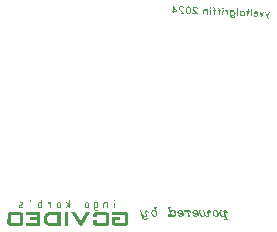
<source format=gbr>
%TF.GenerationSoftware,KiCad,Pcbnew,8.0.0-rc1-4-g5bc78f7d9f*%
%TF.CreationDate,2024-02-11T15:49:07-05:00*%
%TF.ProjectId,fujiflex,66756a69-666c-4657-982e-6b696361645f,rev?*%
%TF.SameCoordinates,Original*%
%TF.FileFunction,Legend,Bot*%
%TF.FilePolarity,Positive*%
%FSLAX46Y46*%
G04 Gerber Fmt 4.6, Leading zero omitted, Abs format (unit mm)*
G04 Created by KiCad (PCBNEW 8.0.0-rc1-4-g5bc78f7d9f) date 2024-02-11 15:49:07*
%MOMM*%
%LPD*%
G01*
G04 APERTURE LIST*
%ADD10C,0.125000*%
%ADD11C,0.150000*%
%ADD12C,0.200000*%
G04 APERTURE END LIST*
D10*
G36*
X157914116Y-93084069D02*
G01*
X157907665Y-93074276D01*
X157898002Y-93066555D01*
X157857481Y-93062728D01*
X157845093Y-93064430D01*
X157834647Y-93071344D01*
X157827431Y-93080587D01*
X157699986Y-93337263D01*
X157593618Y-93069179D01*
X157587362Y-93059395D01*
X157577512Y-93051483D01*
X157565293Y-93048975D01*
X157524602Y-93049358D01*
X157514156Y-93056271D01*
X157507136Y-93065523D01*
X157504366Y-93076044D01*
X157506239Y-93087853D01*
X157745134Y-93673837D01*
X157751585Y-93683629D01*
X157761292Y-93690252D01*
X157773699Y-93692950D01*
X157815373Y-93692424D01*
X157831624Y-93677311D01*
X157835601Y-93665921D01*
X157832557Y-93654065D01*
X157743080Y-93442575D01*
X157913227Y-93106216D01*
X157915996Y-93095694D01*
X157914116Y-93084069D01*
G37*
G36*
X157452576Y-93065531D02*
G01*
X157446125Y-93055739D01*
X157436462Y-93048018D01*
X157395941Y-93044190D01*
X157383553Y-93045893D01*
X157373107Y-93052806D01*
X157365891Y-93062050D01*
X157238358Y-93320922D01*
X157132071Y-93050825D01*
X157125823Y-93040858D01*
X157115972Y-93032945D01*
X157103672Y-93032451D01*
X157074386Y-93031275D01*
X157062974Y-93033017D01*
X157052528Y-93039930D01*
X157045507Y-93049182D01*
X157042694Y-93060802D01*
X157044611Y-93071512D01*
X157203468Y-93464168D01*
X157209716Y-93474136D01*
X157219618Y-93480767D01*
X157231830Y-93483457D01*
X157243242Y-93481715D01*
X157254816Y-93475947D01*
X157261844Y-93466513D01*
X157451679Y-93087861D01*
X157454449Y-93077340D01*
X157452576Y-93065531D01*
G37*
G36*
X156787193Y-93019740D02*
G01*
X156800664Y-93020281D01*
X156866690Y-93056116D01*
X156921855Y-93114064D01*
X156929187Y-93126275D01*
X156955120Y-93210915D01*
X156952157Y-93284678D01*
X156919519Y-93366965D01*
X156911240Y-93378366D01*
X156842411Y-93436650D01*
X156782918Y-93462127D01*
X156769314Y-93464880D01*
X156681457Y-93461352D01*
X156667986Y-93460811D01*
X156602899Y-93425930D01*
X156546692Y-93369591D01*
X156540241Y-93359798D01*
X156538564Y-93347998D01*
X156541131Y-93337651D01*
X156548390Y-93327310D01*
X156587965Y-93296266D01*
X156611633Y-93296117D01*
X156629000Y-93311664D01*
X156650807Y-93357823D01*
X156692756Y-93379674D01*
X156764603Y-93382559D01*
X156812747Y-93362127D01*
X156833824Y-93343724D01*
X156858841Y-93280746D01*
X156573210Y-93269274D01*
X156560998Y-93266584D01*
X156551147Y-93258672D01*
X156544704Y-93248696D01*
X156542997Y-93237628D01*
X156544923Y-93189666D01*
X156636051Y-93189666D01*
X156853154Y-93198386D01*
X156841462Y-93153551D01*
X156822076Y-93129856D01*
X156775895Y-93101418D01*
X156704047Y-93098533D01*
X156660327Y-93120793D01*
X156636918Y-93168068D01*
X156636051Y-93189666D01*
X156544923Y-93189666D01*
X156546386Y-93153249D01*
X156550271Y-93139289D01*
X156580605Y-93085142D01*
X156626225Y-93044808D01*
X156685732Y-93018965D01*
X156699336Y-93016212D01*
X156787193Y-93019740D01*
G37*
G36*
X156417974Y-92835148D02*
G01*
X156411718Y-92825363D01*
X156401816Y-92818732D01*
X156360319Y-92814866D01*
X156347930Y-92816568D01*
X156337528Y-92822383D01*
X156330508Y-92831635D01*
X156327702Y-92843072D01*
X156304662Y-93416702D01*
X156306542Y-93428327D01*
X156312798Y-93438112D01*
X156322700Y-93444743D01*
X156334912Y-93447433D01*
X156376586Y-93446907D01*
X156386988Y-93441091D01*
X156394008Y-93431840D01*
X156396814Y-93420403D01*
X156419854Y-92846773D01*
X156417974Y-92835148D01*
G37*
G36*
X156206663Y-93013290D02*
G01*
X156200407Y-93003506D01*
X156189377Y-92995730D01*
X156121906Y-92991003D01*
X156128199Y-92834325D01*
X156126312Y-92822883D01*
X156120042Y-92813465D01*
X156110139Y-92806834D01*
X156097920Y-92804327D01*
X156068635Y-92803150D01*
X156056335Y-92802656D01*
X156045932Y-92808472D01*
X156038912Y-92817723D01*
X156036106Y-92829160D01*
X156029674Y-92989315D01*
X155973445Y-92987057D01*
X155962317Y-92986610D01*
X155951871Y-92993524D01*
X155944655Y-93002767D01*
X155940917Y-93013067D01*
X155939814Y-93040522D01*
X155942670Y-93052186D01*
X155949121Y-93061978D01*
X155959024Y-93068609D01*
X156026292Y-93073511D01*
X156013001Y-93404438D01*
X156014866Y-93416429D01*
X156021121Y-93426213D01*
X156031016Y-93433027D01*
X156072514Y-93436894D01*
X156084902Y-93435192D01*
X156095311Y-93429193D01*
X156102332Y-93419942D01*
X156105152Y-93408139D01*
X156118444Y-93077212D01*
X156174672Y-93079471D01*
X156186084Y-93077729D01*
X156197658Y-93071961D01*
X156204678Y-93062710D01*
X156207484Y-93051272D01*
X156208587Y-93023817D01*
X156206663Y-93013290D01*
G37*
G36*
X155492187Y-92967728D02*
G01*
X155502045Y-92975457D01*
X155508301Y-92985241D01*
X155509791Y-93006567D01*
X155523622Y-92998140D01*
X155583245Y-92974318D01*
X155596834Y-92971931D01*
X155684495Y-92975451D01*
X155697966Y-92975992D01*
X155763016Y-93011788D01*
X155819157Y-93069775D01*
X155826489Y-93081986D01*
X155852422Y-93166626D01*
X155849459Y-93240389D01*
X155816822Y-93322676D01*
X155808542Y-93334077D01*
X155739713Y-93392361D01*
X155680220Y-93417838D01*
X155666616Y-93420591D01*
X155578955Y-93417071D01*
X155565484Y-93416530D01*
X155508052Y-93385807D01*
X155494970Y-93375565D01*
X155491738Y-93397618D01*
X155484718Y-93406869D01*
X155474308Y-93412868D01*
X155461920Y-93414570D01*
X155421399Y-93410743D01*
X155411504Y-93403929D01*
X155405255Y-93393961D01*
X155403383Y-93382153D01*
X155407228Y-93286427D01*
X155498550Y-93286427D01*
X155590058Y-93335385D01*
X155662100Y-93338278D01*
X155710274Y-93317114D01*
X155731184Y-93297971D01*
X155758942Y-93225203D01*
X155760854Y-93177614D01*
X155739021Y-93102856D01*
X155719713Y-93082097D01*
X155673392Y-93057137D01*
X155601350Y-93054244D01*
X155506211Y-93095705D01*
X155498550Y-93286427D01*
X155407228Y-93286427D01*
X155419027Y-92992655D01*
X155421796Y-92982133D01*
X155429019Y-92972707D01*
X155439277Y-92965602D01*
X155479968Y-92965220D01*
X155492187Y-92967728D01*
G37*
G36*
X155256705Y-92788506D02*
G01*
X155250449Y-92778722D01*
X155240547Y-92772091D01*
X155199050Y-92768224D01*
X155186662Y-92769927D01*
X155176259Y-92775742D01*
X155169239Y-92784993D01*
X155166433Y-92796430D01*
X155143394Y-93370061D01*
X155145273Y-93381686D01*
X155151529Y-93391470D01*
X155161431Y-93398101D01*
X155173643Y-93400792D01*
X155215317Y-93400265D01*
X155225719Y-93394450D01*
X155232739Y-93385199D01*
X155235545Y-93373762D01*
X155258585Y-92800131D01*
X155256705Y-92788506D01*
G37*
G36*
X154651301Y-92933954D02*
G01*
X154661160Y-92941683D01*
X154667415Y-92951468D01*
X154668906Y-92972794D01*
X154682737Y-92964366D01*
X154742359Y-92940545D01*
X154755948Y-92938157D01*
X154843610Y-92941678D01*
X154857081Y-92942219D01*
X154914535Y-92972393D01*
X154978467Y-93036009D01*
X154985799Y-93048220D01*
X155012521Y-93142425D01*
X155008769Y-93206623D01*
X154976132Y-93288911D01*
X154967852Y-93300311D01*
X154907046Y-93353601D01*
X154839335Y-93384064D01*
X154825731Y-93386818D01*
X154738070Y-93383297D01*
X154724598Y-93382756D01*
X154667167Y-93352033D01*
X154654085Y-93341791D01*
X154652556Y-93379863D01*
X154675651Y-93447522D01*
X154695199Y-93467190D01*
X154741645Y-93489039D01*
X154784402Y-93490756D01*
X154832494Y-93471605D01*
X154859236Y-93448479D01*
X154869646Y-93442481D01*
X154882229Y-93440786D01*
X154951840Y-93445782D01*
X154961735Y-93452596D01*
X154967998Y-93462197D01*
X154969871Y-93474006D01*
X154967109Y-93484345D01*
X154960089Y-93493596D01*
X154899422Y-93543408D01*
X154831792Y-93571858D01*
X154818203Y-93574245D01*
X154730542Y-93570725D01*
X154717070Y-93570184D01*
X154650812Y-93535256D01*
X154595784Y-93478780D01*
X154588242Y-93466928D01*
X154561576Y-93376208D01*
X154566538Y-93252654D01*
X154657665Y-93252654D01*
X154749173Y-93301611D01*
X154821215Y-93304505D01*
X154869389Y-93283340D01*
X154890299Y-93264197D01*
X154918057Y-93191430D01*
X154919968Y-93143841D01*
X154898136Y-93069082D01*
X154878828Y-93048324D01*
X154832507Y-93023364D01*
X154760464Y-93020470D01*
X154665325Y-93061932D01*
X154657665Y-93252654D01*
X154566538Y-93252654D01*
X154578337Y-92958890D01*
X154580911Y-92948360D01*
X154588134Y-92938934D01*
X154598392Y-92931829D01*
X154610968Y-92930318D01*
X154651301Y-92933954D01*
G37*
G36*
X154410086Y-92941316D02*
G01*
X154403830Y-92931531D01*
X154392808Y-92923572D01*
X154352475Y-92919935D01*
X154339899Y-92921447D01*
X154329647Y-92928368D01*
X154322432Y-92937612D01*
X154318344Y-92985847D01*
X154278258Y-92946837D01*
X154220804Y-92916664D01*
X154206242Y-92914062D01*
X154107176Y-92912100D01*
X154096730Y-92919013D01*
X154089710Y-92928265D01*
X154086948Y-92938603D01*
X154087725Y-92977684D01*
X154093980Y-92987468D01*
X154103883Y-92994099D01*
X154196142Y-93000005D01*
X154242485Y-93024416D01*
X154291074Y-93075683D01*
X154312933Y-93120560D01*
X154304288Y-93335809D01*
X154306153Y-93347800D01*
X154312408Y-93357584D01*
X154322303Y-93364398D01*
X154334515Y-93367089D01*
X154375017Y-93366516D01*
X154386598Y-93360564D01*
X154393619Y-93351313D01*
X154396432Y-93339693D01*
X154411995Y-92952209D01*
X154410086Y-92941316D01*
G37*
G36*
X153995717Y-92722093D02*
G01*
X153954219Y-92718227D01*
X153941831Y-92719929D01*
X153901041Y-92752023D01*
X153894020Y-92761275D01*
X153890112Y-92800167D01*
X153891991Y-92811792D01*
X153898247Y-92821577D01*
X153936332Y-92856839D01*
X153977830Y-92860706D01*
X153990218Y-92859003D01*
X154031008Y-92826909D01*
X154038029Y-92817658D01*
X154041937Y-92778765D01*
X154040058Y-92767140D01*
X154033802Y-92757356D01*
X153995717Y-92722093D01*
G37*
G36*
X154004303Y-92927034D02*
G01*
X153998047Y-92917250D01*
X153988189Y-92909521D01*
X153946692Y-92905654D01*
X153934303Y-92907356D01*
X153923857Y-92914270D01*
X153916837Y-92923521D01*
X153914060Y-92934226D01*
X153898578Y-93319697D01*
X153900450Y-93331505D01*
X153906699Y-93341473D01*
X153916601Y-93348104D01*
X153928813Y-93350794D01*
X153970487Y-93350268D01*
X153980889Y-93344453D01*
X153987916Y-93335018D01*
X153990730Y-93323398D01*
X154006212Y-92937927D01*
X154004303Y-92927034D01*
G37*
G36*
X153772450Y-92915522D02*
G01*
X153766194Y-92905738D01*
X153755164Y-92897961D01*
X153687693Y-92893235D01*
X153688948Y-92832786D01*
X153656663Y-92740742D01*
X153590688Y-92703626D01*
X153576046Y-92703038D01*
X153517475Y-92700685D01*
X153506265Y-92702252D01*
X153495870Y-92707884D01*
X153488677Y-92716578D01*
X153484917Y-92727427D01*
X153483873Y-92753418D01*
X153486751Y-92764533D01*
X153493224Y-92773776D01*
X153503133Y-92780224D01*
X153514181Y-92782685D01*
X153565919Y-92784763D01*
X153581432Y-92792902D01*
X153597386Y-92843592D01*
X153595460Y-92891547D01*
X153539232Y-92889289D01*
X153528104Y-92888842D01*
X153517657Y-92895755D01*
X153510442Y-92904999D01*
X153506704Y-92915298D01*
X153505601Y-92942754D01*
X153508457Y-92954418D01*
X153514908Y-92964210D01*
X153524810Y-92970841D01*
X153592079Y-92975743D01*
X153578787Y-93306670D01*
X153580652Y-93318661D01*
X153586908Y-93328445D01*
X153596803Y-93335259D01*
X153638300Y-93339126D01*
X153650689Y-93337424D01*
X153661098Y-93331425D01*
X153668118Y-93322174D01*
X153670939Y-93310371D01*
X153684231Y-92979444D01*
X153740459Y-92981703D01*
X153751871Y-92979961D01*
X153763444Y-92974193D01*
X153770465Y-92964941D01*
X153773271Y-92953504D01*
X153774373Y-92926049D01*
X153772450Y-92915522D01*
G37*
G36*
X153366357Y-92899212D02*
G01*
X153360101Y-92889427D01*
X153349071Y-92881651D01*
X153281600Y-92876925D01*
X153282855Y-92816476D01*
X153250570Y-92724431D01*
X153184596Y-92687315D01*
X153169953Y-92686727D01*
X153111382Y-92684375D01*
X153100172Y-92685941D01*
X153089778Y-92691574D01*
X153082584Y-92700268D01*
X153078824Y-92711117D01*
X153077780Y-92737107D01*
X153080658Y-92748223D01*
X153087131Y-92757466D01*
X153097041Y-92763914D01*
X153108088Y-92766374D01*
X153159826Y-92768452D01*
X153175339Y-92776592D01*
X153191294Y-92827282D01*
X153189368Y-92875237D01*
X153133140Y-92872978D01*
X153122011Y-92872531D01*
X153111565Y-92879445D01*
X153104349Y-92888688D01*
X153100611Y-92898988D01*
X153099508Y-92926443D01*
X153102364Y-92938108D01*
X153108815Y-92947900D01*
X153118718Y-92954531D01*
X153185986Y-92959433D01*
X153172695Y-93290359D01*
X153174560Y-93302350D01*
X153180815Y-93312135D01*
X153190710Y-93318949D01*
X153232208Y-93322816D01*
X153244596Y-93321113D01*
X153255005Y-93315115D01*
X153262026Y-93305864D01*
X153264846Y-93294060D01*
X153278138Y-92963134D01*
X153334366Y-92965392D01*
X153345778Y-92963651D01*
X153357352Y-92957882D01*
X153364372Y-92948631D01*
X153367178Y-92937194D01*
X153368281Y-92909739D01*
X153366357Y-92899212D01*
G37*
G36*
X152921133Y-92678934D02*
G01*
X152879636Y-92675067D01*
X152867248Y-92676769D01*
X152826457Y-92708864D01*
X152819437Y-92718115D01*
X152815528Y-92757007D01*
X152817408Y-92768632D01*
X152823663Y-92778417D01*
X152861749Y-92813679D01*
X152903246Y-92817546D01*
X152915634Y-92815843D01*
X152956425Y-92783749D01*
X152963445Y-92774498D01*
X152967354Y-92735606D01*
X152965474Y-92723980D01*
X152959218Y-92714196D01*
X152921133Y-92678934D01*
G37*
G36*
X152929719Y-92883875D02*
G01*
X152923463Y-92874090D01*
X152913605Y-92866361D01*
X152872108Y-92862494D01*
X152859720Y-92864197D01*
X152849273Y-92871110D01*
X152842253Y-92880361D01*
X152839476Y-92891066D01*
X152823994Y-93276537D01*
X152825867Y-93288346D01*
X152832115Y-93298313D01*
X152842017Y-93304944D01*
X152854229Y-93307634D01*
X152895903Y-93307108D01*
X152906305Y-93301293D01*
X152913333Y-93291859D01*
X152916146Y-93280238D01*
X152931628Y-92894768D01*
X152929719Y-92883875D01*
G37*
G36*
X152668573Y-92871369D02*
G01*
X152662122Y-92861577D01*
X152652466Y-92853673D01*
X152612133Y-92850036D01*
X152599557Y-92851548D01*
X152589306Y-92858469D01*
X152582105Y-92867346D01*
X152577851Y-92914841D01*
X152536572Y-92876334D01*
X152480463Y-92846764D01*
X152465820Y-92846176D01*
X152378159Y-92842655D01*
X152364367Y-92845218D01*
X152294427Y-92877608D01*
X152288383Y-92886899D01*
X152254409Y-92978116D01*
X152243360Y-93253217D01*
X152245232Y-93265025D01*
X152251481Y-93274992D01*
X152261383Y-93281623D01*
X152273595Y-93284314D01*
X152301709Y-93285443D01*
X152314009Y-93285937D01*
X152324426Y-93279755D01*
X152331453Y-93270321D01*
X152334274Y-93258518D01*
X152345242Y-92985430D01*
X152368177Y-92945102D01*
X152411765Y-92926137D01*
X152454522Y-92927854D01*
X152504118Y-92954046D01*
X152574256Y-93004345D01*
X152563472Y-93272857D01*
X152565329Y-93285031D01*
X152573869Y-93296374D01*
X152593978Y-93297182D01*
X152622288Y-93298319D01*
X152634676Y-93296616D01*
X152645086Y-93290618D01*
X152652106Y-93281367D01*
X152654919Y-93269746D01*
X152670482Y-92882262D01*
X152668573Y-92871369D01*
G37*
G36*
X151817345Y-93226573D02*
G01*
X151810938Y-93215682D01*
X151561070Y-92932119D01*
X151509218Y-92850104D01*
X151485126Y-92802387D01*
X151486795Y-92760839D01*
X151509852Y-92722349D01*
X151553417Y-92703932D01*
X151654550Y-92707994D01*
X151696498Y-92729845D01*
X151716213Y-92769686D01*
X151717284Y-92801445D01*
X151723735Y-92811238D01*
X151733442Y-92817861D01*
X151745812Y-92821474D01*
X151786351Y-92819986D01*
X151796754Y-92814170D01*
X151803774Y-92804919D01*
X151807646Y-92766942D01*
X151804878Y-92753081D01*
X151778955Y-92697408D01*
X151736615Y-92656108D01*
X151679319Y-92626857D01*
X151665653Y-92626308D01*
X151548706Y-92621611D01*
X151535110Y-92624182D01*
X151475429Y-92649468D01*
X151430071Y-92688162D01*
X151399737Y-92742309D01*
X151395859Y-92756086D01*
X151393683Y-92810264D01*
X151396450Y-92824125D01*
X151424555Y-92883920D01*
X151479645Y-92968081D01*
X151662673Y-93177645D01*
X151381727Y-93166361D01*
X151369151Y-93167872D01*
X151358749Y-93173688D01*
X151351743Y-93182573D01*
X151347879Y-93220367D01*
X151349766Y-93231809D01*
X151356036Y-93241227D01*
X151365939Y-93247858D01*
X151378434Y-93248360D01*
X151785307Y-93264702D01*
X151797891Y-93263007D01*
X151808293Y-93257192D01*
X151815321Y-93247758D01*
X151818090Y-93237236D01*
X151817345Y-93226573D01*
G37*
G36*
X151063152Y-92602109D02*
G01*
X151164140Y-92638982D01*
X151225784Y-92730372D01*
X151253627Y-92879438D01*
X151250106Y-92967111D01*
X151215094Y-93108519D01*
X151148297Y-93198968D01*
X151131044Y-93209825D01*
X151043256Y-93233798D01*
X150974684Y-93232144D01*
X150869249Y-93193993D01*
X150807598Y-93102786D01*
X150779762Y-92953537D01*
X150779907Y-92949917D01*
X150872208Y-92949917D01*
X150893924Y-93081137D01*
X150923700Y-93128532D01*
X150983639Y-93150372D01*
X151030691Y-93152262D01*
X151092189Y-93135299D01*
X151125670Y-93090444D01*
X151157840Y-92961389D01*
X151160942Y-92884148D01*
X151139226Y-92752929D01*
X151109450Y-92705534D01*
X151049511Y-92683693D01*
X151002459Y-92681803D01*
X150940961Y-92698766D01*
X150907480Y-92743621D01*
X150875310Y-92872676D01*
X150872208Y-92949917D01*
X150779907Y-92949917D01*
X150783284Y-92865863D01*
X150818296Y-92724456D01*
X150884897Y-92633999D01*
X150902150Y-92623142D01*
X150989938Y-92599169D01*
X151063152Y-92602109D01*
G37*
G36*
X150661543Y-93180151D02*
G01*
X150655136Y-93169261D01*
X150405268Y-92885697D01*
X150353416Y-92803682D01*
X150329324Y-92755966D01*
X150330993Y-92714417D01*
X150354049Y-92675927D01*
X150397615Y-92657510D01*
X150498748Y-92661572D01*
X150540696Y-92683423D01*
X150560411Y-92723265D01*
X150561482Y-92755024D01*
X150567933Y-92764816D01*
X150577640Y-92771439D01*
X150590010Y-92775052D01*
X150630549Y-92773564D01*
X150640952Y-92767749D01*
X150647972Y-92758497D01*
X150651844Y-92720520D01*
X150649076Y-92706659D01*
X150623153Y-92650986D01*
X150580812Y-92609686D01*
X150523517Y-92580435D01*
X150509851Y-92579886D01*
X150392904Y-92575189D01*
X150379307Y-92577760D01*
X150319626Y-92603046D01*
X150274269Y-92641740D01*
X150243934Y-92695887D01*
X150240057Y-92709664D01*
X150237881Y-92763843D01*
X150240648Y-92777704D01*
X150268753Y-92837498D01*
X150323842Y-92921659D01*
X150506871Y-93131223D01*
X150225925Y-93119939D01*
X150213349Y-93121451D01*
X150202947Y-93127266D01*
X150195941Y-93136151D01*
X150192076Y-93173945D01*
X150193963Y-93185387D01*
X150200234Y-93194806D01*
X150210136Y-93201437D01*
X150222631Y-93201938D01*
X150629505Y-93218280D01*
X150642088Y-93216586D01*
X150652491Y-93210770D01*
X150659518Y-93201336D01*
X150662288Y-93190814D01*
X150661543Y-93180151D01*
G37*
G36*
X149749793Y-92549359D02*
G01*
X149761117Y-92549814D01*
X149773204Y-92555616D01*
X149780915Y-92563259D01*
X150083817Y-93011383D01*
X150089096Y-93021128D01*
X150084939Y-93041861D01*
X150067402Y-93054907D01*
X150056274Y-93054460D01*
X149796413Y-93044022D01*
X149789160Y-93166195D01*
X149782132Y-93175630D01*
X149771722Y-93181628D01*
X149759334Y-93183331D01*
X149719009Y-93179511D01*
X149709114Y-93172697D01*
X149702670Y-93162722D01*
X149704262Y-93040321D01*
X149619919Y-93036934D01*
X149607505Y-93034418D01*
X149597790Y-93027978D01*
X149591325Y-93018552D01*
X149589626Y-93007301D01*
X149590640Y-92982042D01*
X149593236Y-92970963D01*
X149600437Y-92962086D01*
X149600551Y-92962023D01*
X149799707Y-92962023D01*
X149950422Y-92968260D01*
X149807918Y-92757573D01*
X149799707Y-92962023D01*
X149600551Y-92962023D01*
X149610637Y-92956446D01*
X149623213Y-92954934D01*
X149707555Y-92958322D01*
X149723037Y-92572851D01*
X149726827Y-92561270D01*
X149738665Y-92548912D01*
X149749793Y-92549359D01*
G37*
D11*
G36*
X145260073Y-110470783D02*
G01*
X145260073Y-110689624D01*
X144851211Y-110689624D01*
X144851211Y-110924097D01*
X145640848Y-110924097D01*
X145640848Y-110283204D01*
X144576926Y-110283204D01*
X144576926Y-110033099D01*
X145701176Y-110033099D01*
X145751036Y-110037324D01*
X145804012Y-110047617D01*
X145853872Y-110067321D01*
X145893137Y-110100445D01*
X145913081Y-110151667D01*
X145913912Y-110166700D01*
X145913912Y-110995416D01*
X145904778Y-111050863D01*
X145881686Y-111101052D01*
X145845199Y-111135627D01*
X145795319Y-111154587D01*
X145751490Y-111158571D01*
X144772809Y-111158571D01*
X144716378Y-111151589D01*
X144669511Y-111137667D01*
X144625897Y-111111798D01*
X144592421Y-111068985D01*
X144578648Y-111021461D01*
X144576926Y-110993951D01*
X144578392Y-110470783D01*
X145260073Y-110470783D01*
G37*
G36*
X143252641Y-110267573D02*
G01*
X144014191Y-110267573D01*
X144014191Y-110924097D01*
X143249955Y-110924097D01*
X143249955Y-110688159D01*
X142975426Y-110688159D01*
X142973960Y-110994684D01*
X142977000Y-111047361D01*
X143003943Y-111094425D01*
X143043358Y-111123387D01*
X143076054Y-111137566D01*
X143126372Y-111151304D01*
X143176926Y-111157655D01*
X143193779Y-111158571D01*
X143247543Y-111158891D01*
X143299607Y-111159071D01*
X143361734Y-111159200D01*
X143433925Y-111159277D01*
X143487643Y-111159300D01*
X143545834Y-111159300D01*
X143608498Y-111159277D01*
X143675634Y-111159232D01*
X143747243Y-111159163D01*
X143823324Y-111159071D01*
X143903879Y-111158957D01*
X143988906Y-111158820D01*
X144078406Y-111158659D01*
X144124833Y-111158571D01*
X144176607Y-111152835D01*
X144224574Y-111131644D01*
X144259147Y-111094838D01*
X144280326Y-111042419D01*
X144287254Y-110995416D01*
X144286666Y-110937535D01*
X144286336Y-110885553D01*
X144286100Y-110826226D01*
X144285958Y-110759552D01*
X144285911Y-110685533D01*
X144285932Y-110632106D01*
X144285995Y-110575414D01*
X144286100Y-110515457D01*
X144286247Y-110452235D01*
X144286436Y-110385749D01*
X144286666Y-110315998D01*
X144286939Y-110242981D01*
X144287254Y-110166700D01*
X144277074Y-110117982D01*
X144240510Y-110075671D01*
X144195637Y-110053294D01*
X144146815Y-110040773D01*
X144087607Y-110033821D01*
X144074519Y-110033099D01*
X143192558Y-110033099D01*
X143134484Y-110036313D01*
X143085439Y-110045956D01*
X143038502Y-110066011D01*
X143000172Y-110101108D01*
X142979537Y-110148805D01*
X142976891Y-110164746D01*
X142976891Y-110470783D01*
X143252641Y-110470783D01*
X143252641Y-110267573D01*
G37*
G36*
X142046326Y-111158571D02*
G01*
X141826507Y-111158571D01*
X141122355Y-110033099D01*
X141448664Y-110038473D01*
X141935684Y-110773644D01*
X142383625Y-110038473D01*
X142688929Y-110033099D01*
X142046326Y-111158571D01*
G37*
G36*
X140866877Y-110033099D02*
G01*
X140540569Y-110033099D01*
X140540569Y-111158571D01*
X140866877Y-111158571D01*
X140866877Y-110033099D01*
G37*
G36*
X140216214Y-111158571D02*
G01*
X139264156Y-111158571D01*
X139207812Y-111156072D01*
X139154736Y-111148576D01*
X139104927Y-111136082D01*
X139058385Y-111118591D01*
X139001412Y-111087496D01*
X138950246Y-111047516D01*
X138915684Y-111011701D01*
X138884390Y-110970889D01*
X138856362Y-110925079D01*
X138831602Y-110874272D01*
X138822262Y-110851950D01*
X138805799Y-110804718D01*
X138792289Y-110754034D01*
X138781733Y-110699897D01*
X138774131Y-110642310D01*
X138770209Y-110593637D01*
X139036033Y-110593637D01*
X139037556Y-110611448D01*
X139044471Y-110662101D01*
X139056277Y-110713488D01*
X139072425Y-110759722D01*
X139098258Y-110807076D01*
X139129350Y-110846404D01*
X139173603Y-110883004D01*
X139225429Y-110908045D01*
X139274403Y-110920084D01*
X139328636Y-110924097D01*
X139938999Y-110924097D01*
X139938999Y-110267573D01*
X139327170Y-110267573D01*
X139272973Y-110271556D01*
X139224107Y-110283506D01*
X139172504Y-110308361D01*
X139128577Y-110344688D01*
X139097836Y-110383724D01*
X139072425Y-110430727D01*
X139067125Y-110443738D01*
X139052280Y-110490487D01*
X139041775Y-110542437D01*
X139036033Y-110593637D01*
X138770209Y-110593637D01*
X138770052Y-110591683D01*
X138771438Y-110571475D01*
X138776337Y-110522582D01*
X138784924Y-110466980D01*
X138796464Y-110414728D01*
X138810958Y-110365824D01*
X138831602Y-110313002D01*
X138856362Y-110262980D01*
X138884390Y-110217879D01*
X138915684Y-110177697D01*
X138950246Y-110142436D01*
X139001412Y-110103075D01*
X139058385Y-110072461D01*
X139104927Y-110055240D01*
X139154736Y-110042940D01*
X139207812Y-110035560D01*
X139264156Y-110033099D01*
X140216214Y-110033099D01*
X140216214Y-111158571D01*
G37*
G36*
X137273332Y-111158571D02*
G01*
X137273332Y-110908466D01*
X138169459Y-110908466D01*
X138169459Y-110720887D01*
X137643116Y-110720887D01*
X137643116Y-110455151D01*
X138170681Y-110455151D01*
X138170681Y-110267573D01*
X137270646Y-110267573D01*
X137270646Y-110033099D01*
X138460597Y-110033099D01*
X138460597Y-111158571D01*
X137273332Y-111158571D01*
G37*
G36*
X136818940Y-110033821D02*
G01*
X136878148Y-110040773D01*
X136926969Y-110053294D01*
X136971843Y-110075671D01*
X137008407Y-110117982D01*
X137018587Y-110166700D01*
X137018272Y-110242981D01*
X137017999Y-110315998D01*
X137017768Y-110385749D01*
X137017580Y-110452235D01*
X137017433Y-110515457D01*
X137017328Y-110575414D01*
X137017265Y-110632106D01*
X137017244Y-110685533D01*
X137017291Y-110759552D01*
X137017433Y-110826226D01*
X137017669Y-110885553D01*
X137017999Y-110937535D01*
X137018587Y-110995416D01*
X137011659Y-111042419D01*
X136990480Y-111094838D01*
X136955907Y-111131644D01*
X136907940Y-111152835D01*
X136856166Y-111158571D01*
X136808792Y-111158659D01*
X136717489Y-111158820D01*
X136630779Y-111158957D01*
X136548662Y-111159071D01*
X136471137Y-111159163D01*
X136398206Y-111159232D01*
X136329868Y-111159277D01*
X136266122Y-111159300D01*
X136206970Y-111159300D01*
X136152410Y-111159277D01*
X136079182Y-111159200D01*
X136016289Y-111159071D01*
X135963729Y-111158891D01*
X135909724Y-111158571D01*
X135897237Y-111157735D01*
X135840748Y-111149557D01*
X135786042Y-111130944D01*
X135740256Y-111097096D01*
X135713894Y-111050181D01*
X135706759Y-110999568D01*
X135708038Y-110267573D01*
X135983974Y-110267573D01*
X135983974Y-110924097D01*
X136745524Y-110924097D01*
X136745524Y-110267573D01*
X135983974Y-110267573D01*
X135708038Y-110267573D01*
X135708224Y-110161083D01*
X135719550Y-110117588D01*
X135753645Y-110073594D01*
X135801284Y-110048222D01*
X135855346Y-110036224D01*
X135909724Y-110033099D01*
X136805851Y-110033099D01*
X136818940Y-110033821D01*
G37*
G36*
X153987280Y-109885230D02*
G01*
X153998271Y-109900617D01*
X154000469Y-109885596D01*
X154006331Y-109889076D01*
X154055790Y-109842182D01*
X154197940Y-109842182D01*
X154289714Y-109926262D01*
X154342287Y-110028112D01*
X154273228Y-110065664D01*
X154223036Y-109973340D01*
X154166066Y-109919301D01*
X154124484Y-109919301D01*
X154111478Y-109931575D01*
X154111478Y-109979568D01*
X154286783Y-110570697D01*
X154398524Y-110570697D01*
X154398524Y-110647817D01*
X154076490Y-110647817D01*
X154076490Y-110570697D01*
X154165700Y-110570697D01*
X154079787Y-110269546D01*
X154085649Y-110307464D01*
X154067148Y-110360221D01*
X153970428Y-110405284D01*
X153880668Y-110405284D01*
X153750609Y-110365167D01*
X153665979Y-110245915D01*
X153625312Y-110130327D01*
X153625312Y-110117871D01*
X153741999Y-110117871D01*
X153775522Y-110210561D01*
X153839452Y-110302519D01*
X153896788Y-110328530D01*
X153951377Y-110328530D01*
X154001935Y-110304900D01*
X154031244Y-110222285D01*
X154031244Y-110130327D01*
X153998271Y-110037271D01*
X153934341Y-109945313D01*
X153877188Y-109919301D01*
X153822600Y-109919301D01*
X153768744Y-109944397D01*
X153741999Y-109994223D01*
X153741999Y-110117871D01*
X153625312Y-110117871D01*
X153625312Y-110010893D01*
X153669093Y-109927545D01*
X153714888Y-109882848D01*
X153803549Y-109842182D01*
X153896788Y-109842182D01*
X153987280Y-109885230D01*
G37*
G36*
X153465028Y-109882848D02*
G01*
X153550208Y-110002466D01*
X153590874Y-110118054D01*
X153590874Y-110237489D01*
X153547094Y-110320470D01*
X153500199Y-110364617D01*
X153412821Y-110405284D01*
X153322879Y-110405284D01*
X153193003Y-110365167D01*
X153107823Y-110245915D01*
X153067706Y-110130327D01*
X153067706Y-110117871D01*
X153184393Y-110117871D01*
X153217915Y-110210561D01*
X153281846Y-110302519D01*
X153338632Y-110328530D01*
X153393221Y-110328530D01*
X153447443Y-110303618D01*
X153473638Y-110253609D01*
X153473638Y-110130327D01*
X153440665Y-110037271D01*
X153376185Y-109945313D01*
X153319581Y-109919301D01*
X153264810Y-109919301D01*
X153211138Y-109944397D01*
X153184393Y-109994223D01*
X153184393Y-110117871D01*
X153067706Y-110117871D01*
X153067706Y-110010893D01*
X153110937Y-109927545D01*
X153157832Y-109882848D01*
X153245759Y-109842182D01*
X153335152Y-109842182D01*
X153465028Y-109882848D01*
G37*
G36*
X151954325Y-110059436D02*
G01*
X151992793Y-110207264D01*
X152034376Y-110286032D01*
X152118273Y-110364617D01*
X152206200Y-110405284D01*
X152299074Y-110405284D01*
X152387001Y-110364068D01*
X152440674Y-110313326D01*
X152440674Y-110298489D01*
X152467052Y-110345200D01*
X152487568Y-110364617D01*
X152575679Y-110405284D01*
X152668369Y-110405284D01*
X152756480Y-110364068D01*
X152809969Y-110313326D01*
X152809969Y-110222285D01*
X152736330Y-110013640D01*
X152736330Y-109931025D01*
X152748786Y-109919301D01*
X152790368Y-109919301D01*
X152846788Y-109973340D01*
X152896614Y-110065114D01*
X152967139Y-110028295D01*
X152914016Y-109926262D01*
X152822242Y-109842182D01*
X152680093Y-109842182D01*
X152618910Y-109900067D01*
X152618910Y-110025913D01*
X152692732Y-110234008D01*
X152692732Y-110281819D01*
X152642540Y-110328530D01*
X152594180Y-110328530D01*
X152534829Y-110300137D01*
X152470899Y-110239504D01*
X152438659Y-110179970D01*
X152360440Y-109848410D01*
X152294311Y-109848410D01*
X152243203Y-109860134D01*
X152323803Y-110197555D01*
X152323803Y-110281819D01*
X152273611Y-110328530D01*
X152224885Y-110328530D01*
X152165534Y-110300137D01*
X152101603Y-110239504D01*
X152069363Y-110179237D01*
X152034559Y-110049361D01*
X152034559Y-109959785D01*
X152096657Y-109842182D01*
X151954325Y-109842182D01*
X151954325Y-110059436D01*
G37*
G36*
X151757771Y-109882848D02*
G01*
X151842950Y-110002466D01*
X151883617Y-110118054D01*
X151883617Y-110237489D01*
X151839836Y-110320470D01*
X151792942Y-110364617D01*
X151705564Y-110405284D01*
X151615621Y-110405284D01*
X151490508Y-110366266D01*
X151384995Y-110268996D01*
X151443430Y-110214042D01*
X151532090Y-110298855D01*
X151627894Y-110328530D01*
X151685963Y-110328530D01*
X151740185Y-110303618D01*
X151766380Y-110253609D01*
X151766380Y-110222468D01*
X151531724Y-110159087D01*
X151406610Y-110080502D01*
X151355503Y-109984514D01*
X151445445Y-109984514D01*
X151467976Y-110028478D01*
X151564330Y-110089295D01*
X151766380Y-110142784D01*
X151766380Y-110130327D01*
X151733407Y-110037271D01*
X151668927Y-109945313D01*
X151612324Y-109919301D01*
X151520550Y-109919301D01*
X151466877Y-109944214D01*
X151445445Y-109984514D01*
X151355503Y-109984514D01*
X151407343Y-109886512D01*
X151501499Y-109842182D01*
X151627894Y-109842182D01*
X151757771Y-109882848D01*
G37*
G36*
X150616546Y-109966013D02*
G01*
X150693482Y-110038553D01*
X150786356Y-109950076D01*
X150699711Y-109866728D01*
X150640543Y-109921683D01*
X150681942Y-109959418D01*
X150701542Y-109938719D01*
X150696230Y-109934322D01*
X150696230Y-109931575D01*
X150709236Y-109919301D01*
X150757596Y-109919301D01*
X150816947Y-109947328D01*
X150881977Y-110008328D01*
X150954883Y-110139303D01*
X151030171Y-110399971D01*
X151095018Y-110399971D01*
X151147408Y-110386965D01*
X151029072Y-109979568D01*
X151029072Y-109931025D01*
X151041528Y-109919301D01*
X151083111Y-109919301D01*
X151139531Y-109973340D01*
X151189356Y-110065114D01*
X151259881Y-110028295D01*
X151206759Y-109926262D01*
X151114984Y-109842182D01*
X150972835Y-109842182D01*
X150920811Y-109894938D01*
X150917514Y-109894938D01*
X150963493Y-110058337D01*
X150888388Y-109905196D01*
X150864758Y-109882848D01*
X150776097Y-109842182D01*
X150677729Y-109842182D01*
X150616546Y-109900067D01*
X150616546Y-109966013D01*
G37*
G36*
X150491616Y-109882848D02*
G01*
X150576795Y-110002466D01*
X150617462Y-110118054D01*
X150617462Y-110237489D01*
X150573681Y-110320470D01*
X150526787Y-110364617D01*
X150439409Y-110405284D01*
X150349466Y-110405284D01*
X150224353Y-110366266D01*
X150118840Y-110268996D01*
X150177275Y-110214042D01*
X150265935Y-110298855D01*
X150361739Y-110328530D01*
X150419808Y-110328530D01*
X150474030Y-110303618D01*
X150500225Y-110253609D01*
X150500225Y-110222468D01*
X150265569Y-110159087D01*
X150140455Y-110080502D01*
X150089348Y-109984514D01*
X150179290Y-109984514D01*
X150201821Y-110028478D01*
X150298175Y-110089295D01*
X150500225Y-110142784D01*
X150500225Y-110130327D01*
X150467252Y-110037271D01*
X150402772Y-109945313D01*
X150346169Y-109919301D01*
X150254395Y-109919301D01*
X150200722Y-109944214D01*
X150179290Y-109984514D01*
X150089348Y-109984514D01*
X150141188Y-109886512D01*
X150235344Y-109842182D01*
X150361739Y-109842182D01*
X150491616Y-109882848D01*
G37*
G36*
X149537786Y-109676219D02*
G01*
X149449126Y-109676219D01*
X149535039Y-109978836D01*
X149529177Y-109938352D01*
X149546762Y-109887611D01*
X149644581Y-109842182D01*
X149733791Y-109842182D01*
X149864217Y-109882848D01*
X149948847Y-110002466D01*
X149989697Y-110117871D01*
X149989697Y-110237489D01*
X149945733Y-110320470D01*
X149899021Y-110364617D01*
X149811460Y-110405284D01*
X149718221Y-110405284D01*
X149627545Y-110361686D01*
X149615455Y-110345200D01*
X149614356Y-110364800D01*
X149608495Y-110359122D01*
X149559035Y-110405284D01*
X149416703Y-110405284D01*
X149325112Y-110320470D01*
X149272539Y-110219720D01*
X149341598Y-110182717D01*
X149391973Y-110274675D01*
X149448210Y-110328530D01*
X149490342Y-110328530D01*
X149503348Y-110316440D01*
X149503348Y-110268263D01*
X149458803Y-110117871D01*
X149583032Y-110117871D01*
X149616555Y-110210561D01*
X149680485Y-110302519D01*
X149737821Y-110328530D01*
X149792409Y-110328530D01*
X149846082Y-110303801D01*
X149872277Y-110253609D01*
X149872277Y-110130327D01*
X149839304Y-110037271D01*
X149775373Y-109945313D01*
X149718221Y-109919301D01*
X149663632Y-109919301D01*
X149612891Y-109942932D01*
X149583032Y-110025913D01*
X149583032Y-110117871D01*
X149458803Y-110117871D01*
X149305145Y-109599099D01*
X149537786Y-109599099D01*
X149537786Y-109676219D01*
G37*
G36*
X148342706Y-109676219D02*
G01*
X148254779Y-109676219D01*
X148388135Y-110083066D01*
X148388135Y-110199570D01*
X148346186Y-110318089D01*
X148298010Y-110364068D01*
X148209899Y-110405284D01*
X148120140Y-110405284D01*
X147990080Y-110365167D01*
X147905450Y-110245915D01*
X147864784Y-110130327D01*
X147864784Y-110117871D01*
X147981654Y-110117871D01*
X148014993Y-110210561D01*
X148079107Y-110302519D01*
X148136260Y-110328530D01*
X148190848Y-110328530D01*
X148241406Y-110304900D01*
X148271265Y-110222102D01*
X148271265Y-110095156D01*
X148242139Y-110006496D01*
X148176926Y-109947878D01*
X148116659Y-109919301D01*
X148062071Y-109919301D01*
X148008399Y-109944397D01*
X147981654Y-109994223D01*
X147981654Y-110117871D01*
X147864784Y-110117871D01*
X147864784Y-110010893D01*
X147908748Y-109926262D01*
X147955459Y-109882848D01*
X148043020Y-109842182D01*
X148136260Y-109842182D01*
X148220524Y-109887794D01*
X148199458Y-109876071D01*
X148108782Y-109599099D01*
X148342706Y-109599099D01*
X148342706Y-109676219D01*
G37*
G36*
X146929089Y-109860134D02*
G01*
X147125461Y-110486983D01*
X147210640Y-110607334D01*
X147340517Y-110647817D01*
X147466363Y-110647817D01*
X147554473Y-110606784D01*
X147607962Y-110555493D01*
X147607962Y-110489547D01*
X147531026Y-110416458D01*
X147437603Y-110504385D01*
X147523699Y-110588283D01*
X147583416Y-110534244D01*
X147542200Y-110496325D01*
X147522233Y-110516109D01*
X147528278Y-110521055D01*
X147528278Y-110523436D01*
X147507212Y-110542304D01*
X147447861Y-110570697D01*
X147355721Y-110570697D01*
X147298934Y-110544502D01*
X147234454Y-110454560D01*
X147200749Y-110344650D01*
X147189025Y-110334392D01*
X147211923Y-110364617D01*
X147300033Y-110405284D01*
X147393823Y-110405284D01*
X147402066Y-110401620D01*
X147480834Y-110364068D01*
X147534323Y-110313326D01*
X147534323Y-110222285D01*
X147460684Y-110013640D01*
X147460684Y-109931025D01*
X147473140Y-109919301D01*
X147514723Y-109919301D01*
X147571143Y-109973340D01*
X147620968Y-110065114D01*
X147691493Y-110028295D01*
X147638371Y-109926262D01*
X147546596Y-109842182D01*
X147404447Y-109842182D01*
X147343264Y-109900067D01*
X147343264Y-110025913D01*
X147417087Y-110234008D01*
X147417087Y-110281819D01*
X147366895Y-110328530D01*
X147318535Y-110328530D01*
X147259184Y-110300137D01*
X147195253Y-110239504D01*
X147130040Y-110119520D01*
X147045960Y-109848410D01*
X146981663Y-109848410D01*
X146929089Y-109860134D01*
G37*
D12*
G36*
X144851260Y-109214831D02*
G01*
X144834621Y-109178226D01*
X144808664Y-109172236D01*
X144772058Y-109188875D01*
X144766068Y-109214831D01*
X144766068Y-109649975D01*
X144782707Y-109686580D01*
X144808664Y-109692571D01*
X144845270Y-109675931D01*
X144851260Y-109649975D01*
X144851260Y-109214831D01*
G37*
G36*
X144851260Y-109033701D02*
G01*
X144851260Y-108997358D01*
X144834621Y-108960752D01*
X144808664Y-108954762D01*
X144772058Y-108971401D01*
X144766068Y-108997358D01*
X144766068Y-109033701D01*
X144782707Y-109070139D01*
X144808664Y-109076102D01*
X144845270Y-109059539D01*
X144851260Y-109033701D01*
G37*
G36*
X144202160Y-109649779D02*
G01*
X144202160Y-109210142D01*
X144185521Y-109173368D01*
X144159564Y-109167351D01*
X143978238Y-109167351D01*
X143936912Y-109172592D01*
X143900249Y-109188315D01*
X143870967Y-109211705D01*
X143845937Y-109244443D01*
X143831296Y-109281936D01*
X143827003Y-109320149D01*
X143827003Y-109649779D01*
X143843566Y-109686553D01*
X143869403Y-109692571D01*
X143906009Y-109675855D01*
X143911999Y-109649779D01*
X143911999Y-109321517D01*
X143923687Y-109282853D01*
X143931148Y-109274036D01*
X143966368Y-109255804D01*
X143978238Y-109254887D01*
X144117163Y-109254887D01*
X144117163Y-109649779D01*
X144133726Y-109686553D01*
X144159564Y-109692571D01*
X144196170Y-109675855D01*
X144202160Y-109649779D01*
G37*
G36*
X143294624Y-109171682D02*
G01*
X143331775Y-109186453D01*
X143364309Y-109211705D01*
X143387390Y-109241270D01*
X143402906Y-109278331D01*
X143408078Y-109320149D01*
X143408078Y-109539772D01*
X143403095Y-109579828D01*
X143388147Y-109616758D01*
X143370427Y-109642522D01*
X143337844Y-109671174D01*
X143298058Y-109687832D01*
X143256647Y-109692571D01*
X143117917Y-109692571D01*
X143117917Y-109761349D01*
X143119138Y-109775161D01*
X143137457Y-109810002D01*
X143146303Y-109817844D01*
X143184156Y-109830128D01*
X143329334Y-109830128D01*
X143356913Y-109837352D01*
X143371930Y-109873896D01*
X143365940Y-109900568D01*
X143329334Y-109917665D01*
X143184156Y-109917665D01*
X143146394Y-109913295D01*
X143109307Y-109898395D01*
X143076884Y-109872919D01*
X143053700Y-109843129D01*
X143038116Y-109805864D01*
X143032921Y-109763889D01*
X143032921Y-109254887D01*
X143117917Y-109254887D01*
X143117917Y-109605034D01*
X143256842Y-109605034D01*
X143268360Y-109604099D01*
X143303542Y-109585494D01*
X143311155Y-109576581D01*
X143323081Y-109538795D01*
X143323081Y-109321126D01*
X143322155Y-109309465D01*
X143303737Y-109274231D01*
X143294881Y-109266694D01*
X143256842Y-109254887D01*
X143117917Y-109254887D01*
X143032921Y-109254887D01*
X143032921Y-109210533D01*
X143038911Y-109184219D01*
X143075517Y-109167351D01*
X143256842Y-109167351D01*
X143294624Y-109171682D01*
G37*
G36*
X142450161Y-109168705D02*
G01*
X142490087Y-109177972D01*
X142526397Y-109196018D01*
X142559089Y-109222843D01*
X142574907Y-109240691D01*
X142596623Y-109275678D01*
X142609652Y-109314343D01*
X142613995Y-109356688D01*
X142613995Y-109503233D01*
X142612655Y-109527217D01*
X142603486Y-109567550D01*
X142585631Y-109604236D01*
X142559089Y-109637274D01*
X142541373Y-109653204D01*
X142506671Y-109675074D01*
X142468352Y-109688196D01*
X142426417Y-109692571D01*
X142402673Y-109691220D01*
X142362746Y-109681986D01*
X142326437Y-109664004D01*
X142293744Y-109637274D01*
X142277926Y-109619370D01*
X142256211Y-109584305D01*
X142243181Y-109545593D01*
X142238838Y-109503233D01*
X142238838Y-109502452D01*
X142323835Y-109502452D01*
X142331357Y-109541775D01*
X142353925Y-109574943D01*
X142386996Y-109597511D01*
X142426417Y-109605034D01*
X142466131Y-109597609D01*
X142499299Y-109575334D01*
X142521574Y-109542166D01*
X142528999Y-109502452D01*
X142528999Y-109357274D01*
X142521525Y-109317951D01*
X142499103Y-109284783D01*
X142465886Y-109262215D01*
X142426417Y-109254692D01*
X142386996Y-109262215D01*
X142353925Y-109284783D01*
X142331357Y-109317951D01*
X142323835Y-109357274D01*
X142323835Y-109502452D01*
X142238838Y-109502452D01*
X142238838Y-109356688D01*
X142240164Y-109332386D01*
X142249235Y-109291719D01*
X142266900Y-109255009D01*
X142293158Y-109222256D01*
X142310734Y-109206439D01*
X142345400Y-109184723D01*
X142383961Y-109171694D01*
X142426417Y-109167351D01*
X142450161Y-109168705D01*
G37*
G36*
X140940834Y-109453603D02*
G01*
X140940834Y-109649975D01*
X140957397Y-109686580D01*
X140983235Y-109692571D01*
X141019840Y-109675931D01*
X141025831Y-109649975D01*
X141025831Y-108997358D01*
X141009192Y-108960752D01*
X140983235Y-108954762D01*
X140946797Y-108971401D01*
X140940834Y-108997358D01*
X140940834Y-109346918D01*
X140718866Y-109180833D01*
X140693269Y-109172236D01*
X140656664Y-109188875D01*
X140650674Y-109214831D01*
X140667477Y-109249025D01*
X140803863Y-109351217D01*
X140655363Y-109630044D01*
X140650674Y-109649975D01*
X140663374Y-109680065D01*
X140693269Y-109692571D01*
X140728170Y-109674116D01*
X140730590Y-109670100D01*
X140872837Y-109403387D01*
X140940834Y-109453603D01*
G37*
G36*
X140067914Y-109168705D02*
G01*
X140107840Y-109177972D01*
X140144150Y-109196018D01*
X140176842Y-109222843D01*
X140192660Y-109240691D01*
X140214376Y-109275678D01*
X140227405Y-109314343D01*
X140231748Y-109356688D01*
X140231748Y-109503233D01*
X140230408Y-109527217D01*
X140221239Y-109567550D01*
X140203384Y-109604236D01*
X140176842Y-109637274D01*
X140159126Y-109653204D01*
X140124424Y-109675074D01*
X140086105Y-109688196D01*
X140044170Y-109692571D01*
X140020426Y-109691220D01*
X139980499Y-109681986D01*
X139944190Y-109664004D01*
X139911497Y-109637274D01*
X139895679Y-109619370D01*
X139873964Y-109584305D01*
X139860934Y-109545593D01*
X139856591Y-109503233D01*
X139856591Y-109502452D01*
X139941588Y-109502452D01*
X139949110Y-109541775D01*
X139971678Y-109574943D01*
X140004749Y-109597511D01*
X140044170Y-109605034D01*
X140083884Y-109597609D01*
X140117052Y-109575334D01*
X140139327Y-109542166D01*
X140146752Y-109502452D01*
X140146752Y-109357274D01*
X140139278Y-109317951D01*
X140116856Y-109284783D01*
X140083639Y-109262215D01*
X140044170Y-109254692D01*
X140004749Y-109262215D01*
X139971678Y-109284783D01*
X139949110Y-109317951D01*
X139941588Y-109357274D01*
X139941588Y-109502452D01*
X139856591Y-109502452D01*
X139856591Y-109356688D01*
X139857917Y-109332386D01*
X139866988Y-109291719D01*
X139884653Y-109255009D01*
X139910911Y-109222256D01*
X139928487Y-109206439D01*
X139963153Y-109184723D01*
X140001714Y-109171694D01*
X140044170Y-109167351D01*
X140067914Y-109168705D01*
G37*
G36*
X139401518Y-109210142D02*
G01*
X139384879Y-109173368D01*
X139358922Y-109167351D01*
X139141253Y-109167351D01*
X139104815Y-109184448D01*
X139098852Y-109211119D01*
X139098852Y-109284978D01*
X139115415Y-109321584D01*
X139141253Y-109327574D01*
X139177859Y-109310935D01*
X139183849Y-109284978D01*
X139183849Y-109254887D01*
X139316326Y-109254887D01*
X139316326Y-109649779D01*
X139332965Y-109686553D01*
X139358922Y-109692571D01*
X139395528Y-109675855D01*
X139401518Y-109649779D01*
X139401518Y-109210142D01*
G37*
G36*
X138626944Y-108960752D02*
G01*
X138643584Y-108997358D01*
X138643584Y-109649975D01*
X138637593Y-109675931D01*
X138600988Y-109692571D01*
X138419662Y-109692571D01*
X138381899Y-109688258D01*
X138344813Y-109673553D01*
X138312390Y-109648411D01*
X138289206Y-109618744D01*
X138273621Y-109581613D01*
X138268427Y-109539772D01*
X138268427Y-109538795D01*
X138353423Y-109538795D01*
X138354349Y-109550456D01*
X138372767Y-109585690D01*
X138381623Y-109593227D01*
X138419662Y-109605034D01*
X138558587Y-109605034D01*
X138558587Y-109254887D01*
X138419662Y-109254887D01*
X138407791Y-109255804D01*
X138372572Y-109274036D01*
X138365110Y-109282767D01*
X138353423Y-109321126D01*
X138353423Y-109538795D01*
X138268427Y-109538795D01*
X138268427Y-109320149D01*
X138273409Y-109280093D01*
X138288357Y-109243164D01*
X138306070Y-109217399D01*
X138338617Y-109188747D01*
X138378336Y-109172089D01*
X138419662Y-109167351D01*
X138558587Y-109167351D01*
X138558587Y-108996381D01*
X138564550Y-108971019D01*
X138600988Y-108954762D01*
X138626944Y-108960752D01*
G37*
G36*
X137643751Y-108954762D02*
G01*
X137607313Y-108970866D01*
X137601350Y-108995990D01*
X137602523Y-109006541D01*
X137638866Y-109148397D01*
X137664988Y-109177890D01*
X137680094Y-109179856D01*
X137716700Y-109163599D01*
X137722690Y-109138237D01*
X137713263Y-109097693D01*
X137703209Y-109057651D01*
X137691719Y-109012524D01*
X137684979Y-108986220D01*
X137658931Y-108956728D01*
X137643751Y-108954762D01*
G37*
G36*
X136765258Y-109556576D02*
G01*
X136780646Y-109520086D01*
X136792614Y-109512417D01*
X136978824Y-109422145D01*
X137012334Y-109400639D01*
X137038589Y-109369410D01*
X137052726Y-109330730D01*
X137055419Y-109300805D01*
X137049000Y-109258710D01*
X137029744Y-109223773D01*
X137001099Y-109198223D01*
X136963382Y-109179410D01*
X136923304Y-109169793D01*
X136886598Y-109167351D01*
X136846359Y-109170001D01*
X136803689Y-109179317D01*
X136763769Y-109195342D01*
X136738685Y-109209751D01*
X136716950Y-109242236D01*
X136716605Y-109248049D01*
X136729110Y-109278139D01*
X136759006Y-109290644D01*
X136779327Y-109285369D01*
X136814923Y-109268015D01*
X136855283Y-109257298D01*
X136886598Y-109254887D01*
X136927119Y-109258689D01*
X136962236Y-109277606D01*
X136970422Y-109302954D01*
X136954442Y-109339543D01*
X136944239Y-109345941D01*
X136756270Y-109437190D01*
X136723017Y-109458696D01*
X136696963Y-109489925D01*
X136682934Y-109528605D01*
X136680262Y-109558530D01*
X136685643Y-109598834D01*
X136703992Y-109635278D01*
X136735363Y-109663457D01*
X136773602Y-109681198D01*
X136815076Y-109690268D01*
X136853577Y-109692571D01*
X136898377Y-109690551D01*
X136939943Y-109684492D01*
X136978274Y-109674394D01*
X137018119Y-109657908D01*
X137031972Y-109650365D01*
X137055052Y-109617411D01*
X137055419Y-109611286D01*
X137042914Y-109581391D01*
X137013018Y-109568691D01*
X136996605Y-109572012D01*
X136959535Y-109586781D01*
X136945607Y-109591942D01*
X136906781Y-109600419D01*
X136865834Y-109604714D01*
X136851427Y-109605034D01*
X136809773Y-109601201D01*
X136773673Y-109582130D01*
X136765258Y-109556576D01*
G37*
M02*

</source>
